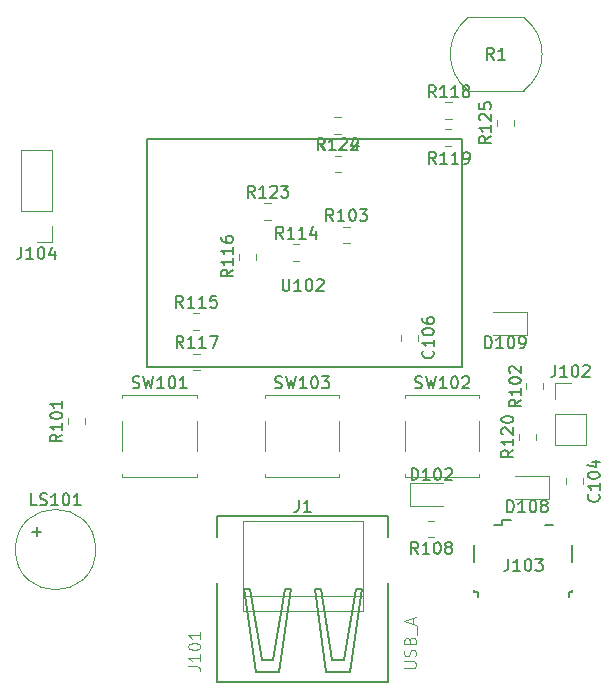
<source format=gto>
G04 #@! TF.GenerationSoftware,KiCad,Pcbnew,5.0.2-bee76a0~70~ubuntu18.04.1*
G04 #@! TF.CreationDate,2019-03-30T14:25:07+01:00*
G04 #@! TF.ProjectId,jarwis,6a617277-6973-42e6-9b69-6361645f7063,rev?*
G04 #@! TF.SameCoordinates,Original*
G04 #@! TF.FileFunction,Legend,Top*
G04 #@! TF.FilePolarity,Positive*
%FSLAX46Y46*%
G04 Gerber Fmt 4.6, Leading zero omitted, Abs format (unit mm)*
G04 Created by KiCad (PCBNEW 5.0.2-bee76a0~70~ubuntu18.04.1) date sáb 30 mar 2019 14:25:07 CET*
%MOMM*%
%LPD*%
G01*
G04 APERTURE LIST*
%ADD10C,0.120000*%
%ADD11C,0.127000*%
%ADD12C,0.150000*%
%ADD13C,0.050000*%
G04 APERTURE END LIST*
D10*
G04 #@! TO.C,C104*
X170155940Y-102728128D02*
X170155940Y-103250632D01*
X168735940Y-102728128D02*
X168735940Y-103250632D01*
G04 #@! TO.C,C106*
X156132600Y-90577928D02*
X156132600Y-91100432D01*
X154712600Y-90577928D02*
X154712600Y-91100432D01*
G04 #@! TO.C,D102*
X155457440Y-105054280D02*
X158317440Y-105054280D01*
X155457440Y-103134280D02*
X155457440Y-105054280D01*
X158317440Y-103134280D02*
X155457440Y-103134280D01*
G04 #@! TO.C,D108*
X164402260Y-104470080D02*
X167262260Y-104470080D01*
X167262260Y-104470080D02*
X167262260Y-102550080D01*
X167262260Y-102550080D02*
X164402260Y-102550080D01*
G04 #@! TO.C,D109*
X162541820Y-90599140D02*
X165401820Y-90599140D01*
X165401820Y-90599140D02*
X165401820Y-88679140D01*
X165401820Y-88679140D02*
X162541820Y-88679140D01*
D11*
G04 #@! TO.C,J101*
X139168300Y-105911960D02*
X153668300Y-105911960D01*
X153668300Y-105911960D02*
X153668300Y-107711960D01*
X153668300Y-111611960D02*
X153668300Y-119961960D01*
X153668300Y-119961960D02*
X139168300Y-119961960D01*
X139168300Y-119961960D02*
X139168300Y-111611960D01*
X139168300Y-107711960D02*
X139168300Y-105911960D01*
X145418300Y-112161960D02*
X144418300Y-119161960D01*
X144418300Y-119161960D02*
X142418300Y-119161960D01*
X142418300Y-119161960D02*
X141418300Y-112161960D01*
X147418300Y-112161960D02*
X148418300Y-119161960D01*
X148418300Y-119161960D02*
X150418300Y-119161960D01*
X150418300Y-119161960D02*
X151418300Y-112161960D01*
X141418300Y-112161960D02*
X141918300Y-112161960D01*
X141918300Y-112161960D02*
X142918300Y-118161960D01*
X142918300Y-118161960D02*
X143918300Y-118161960D01*
X143918300Y-118161960D02*
X144918300Y-112161960D01*
X144918300Y-112161960D02*
X145418300Y-112161960D01*
X147418300Y-112161960D02*
X147918300Y-112161960D01*
X147918300Y-112161960D02*
X148918300Y-118161960D01*
X148918300Y-118161960D02*
X149918300Y-118161960D01*
X149918300Y-118161960D02*
X150918300Y-112161960D01*
X150918300Y-112161960D02*
X151418300Y-112161960D01*
D10*
G04 #@! TO.C,J102*
X167755260Y-99899780D02*
X170415260Y-99899780D01*
X167755260Y-97299780D02*
X167755260Y-99899780D01*
X170415260Y-97299780D02*
X170415260Y-99899780D01*
X167755260Y-97299780D02*
X170415260Y-97299780D01*
X167755260Y-96029780D02*
X167755260Y-94699780D01*
X167755260Y-94699780D02*
X169085260Y-94699780D01*
G04 #@! TO.C,J104*
X125208340Y-74979220D02*
X122548340Y-74979220D01*
X125208340Y-80119220D02*
X125208340Y-74979220D01*
X122548340Y-80119220D02*
X122548340Y-74979220D01*
X125208340Y-80119220D02*
X122548340Y-80119220D01*
X125208340Y-81389220D02*
X125208340Y-82719220D01*
X125208340Y-82719220D02*
X123878340Y-82719220D01*
G04 #@! TO.C,LS101*
X128878340Y-108783120D02*
G75*
G03X128878340Y-108783120I-3400000J0D01*
G01*
G04 #@! TO.C,R101*
X126521140Y-98188412D02*
X126521140Y-97665908D01*
X127941140Y-98188412D02*
X127941140Y-97665908D01*
G04 #@! TO.C,R102*
X165294240Y-94641928D02*
X165294240Y-95164432D01*
X166714240Y-94641928D02*
X166714240Y-95164432D01*
G04 #@! TO.C,R103*
X149846288Y-81443760D02*
X150368792Y-81443760D01*
X149846288Y-82863760D02*
X150368792Y-82863760D01*
G04 #@! TO.C,R108*
X157555832Y-107758300D02*
X157033328Y-107758300D01*
X157555832Y-106338300D02*
X157033328Y-106338300D01*
G04 #@! TO.C,R114*
X145604488Y-82939820D02*
X146126992Y-82939820D01*
X145604488Y-84359820D02*
X146126992Y-84359820D01*
G04 #@! TO.C,R115*
X137129888Y-90206900D02*
X137652392Y-90206900D01*
X137129888Y-88786900D02*
X137652392Y-88786900D01*
G04 #@! TO.C,R116*
X141014380Y-83758248D02*
X141014380Y-84280752D01*
X142434380Y-83758248D02*
X142434380Y-84280752D01*
G04 #@! TO.C,R117*
X137151368Y-92187960D02*
X137673872Y-92187960D01*
X137151368Y-93607960D02*
X137673872Y-93607960D01*
G04 #@! TO.C,R118*
X159008712Y-72297360D02*
X158486208Y-72297360D01*
X159008712Y-70877360D02*
X158486208Y-70877360D01*
G04 #@! TO.C,R119*
X158434028Y-74618920D02*
X158956532Y-74618920D01*
X158434028Y-73198920D02*
X158956532Y-73198920D01*
G04 #@! TO.C,R120*
X164717660Y-99493972D02*
X164717660Y-98971468D01*
X166137660Y-99493972D02*
X166137660Y-98971468D01*
G04 #@! TO.C,R122*
X149111068Y-75423960D02*
X149633572Y-75423960D01*
X149111068Y-76843960D02*
X149633572Y-76843960D01*
G04 #@! TO.C,R123*
X143689972Y-79439700D02*
X143167468Y-79439700D01*
X143689972Y-80859700D02*
X143167468Y-80859700D01*
G04 #@! TO.C,R124*
X149614632Y-73562280D02*
X149092128Y-73562280D01*
X149614632Y-72142280D02*
X149092128Y-72142280D01*
G04 #@! TO.C,R125*
X162838060Y-72925572D02*
X162838060Y-72403068D01*
X164258060Y-72925572D02*
X164258060Y-72403068D01*
D12*
G04 #@! TO.C,U102*
X133215760Y-93286580D02*
X133215760Y-74026580D01*
X159885760Y-74026580D02*
X133185760Y-74026580D01*
X159885760Y-93286580D02*
X133185760Y-93286580D01*
X159885760Y-93286580D02*
X159885760Y-74026580D01*
D10*
G04 #@! TO.C,R1*
X160418120Y-63727400D02*
X165118120Y-63727400D01*
X160418120Y-69927400D02*
X165118120Y-69927400D01*
X160444916Y-63706839D02*
G75*
G03X160418120Y-69927400I2373204J-3120561D01*
G01*
X165110210Y-69933253D02*
G75*
G03X165118120Y-63727400I-2292090J3105853D01*
G01*
D12*
G04 #@! TO.C,J103*
X160942380Y-108430300D02*
X160942380Y-109830300D01*
X160942380Y-112230300D02*
X160942380Y-112380300D01*
X160942380Y-112380300D02*
X161242380Y-112380300D01*
X161242380Y-112380300D02*
X161242380Y-112830300D01*
X168942380Y-112830300D02*
X168942380Y-112380300D01*
X168942380Y-112380300D02*
X169242380Y-112380300D01*
X169242380Y-112380300D02*
X169242380Y-112230300D01*
X169242380Y-109830300D02*
X169242380Y-108430300D01*
X164017380Y-106255300D02*
X163292380Y-106255300D01*
X163292380Y-106255300D02*
X163292380Y-106680300D01*
X163292380Y-106680300D02*
X162567380Y-106680300D01*
X166892380Y-106680300D02*
X167617380Y-106680300D01*
D10*
G04 #@! TO.C,SW101*
X131147420Y-95976840D02*
X131147420Y-95726840D01*
X131147420Y-95726840D02*
X137447420Y-95726840D01*
X137447420Y-95726840D02*
X137447420Y-95976840D01*
X131147420Y-100476840D02*
X131147420Y-97876840D01*
X137447420Y-102376840D02*
X137447420Y-102626840D01*
X137447420Y-102626840D02*
X131147420Y-102626840D01*
X131147420Y-102626840D02*
X131147420Y-102376840D01*
X137447420Y-97876840D02*
X137447420Y-100476840D01*
G04 #@! TO.C,SW102*
X161356440Y-97876840D02*
X161356440Y-100476840D01*
X155056440Y-102626840D02*
X155056440Y-102376840D01*
X161356440Y-102626840D02*
X155056440Y-102626840D01*
X161356440Y-102376840D02*
X161356440Y-102626840D01*
X155056440Y-100476840D02*
X155056440Y-97876840D01*
X161356440Y-95726840D02*
X161356440Y-95976840D01*
X155056440Y-95726840D02*
X161356440Y-95726840D01*
X155056440Y-95976840D02*
X155056440Y-95726840D01*
G04 #@! TO.C,SW103*
X143217500Y-95976840D02*
X143217500Y-95726840D01*
X143217500Y-95726840D02*
X149517500Y-95726840D01*
X149517500Y-95726840D02*
X149517500Y-95976840D01*
X143217500Y-100476840D02*
X143217500Y-97876840D01*
X149517500Y-102376840D02*
X149517500Y-102626840D01*
X149517500Y-102626840D02*
X143217500Y-102626840D01*
X143217500Y-102626840D02*
X143217500Y-102376840D01*
X149517500Y-97876840D02*
X149517500Y-100476840D01*
G04 #@! TO.C,J1*
X151498300Y-112755680D02*
X141338300Y-112755680D01*
X151498300Y-114025680D02*
X151498300Y-106405680D01*
X151498300Y-106405680D02*
X141338300Y-106405680D01*
X141338300Y-106405680D02*
X141338300Y-114025680D01*
X141338300Y-114025680D02*
X151498300Y-114025680D01*
G04 #@! TO.C,C104*
D12*
X171453082Y-104108427D02*
X171500701Y-104156046D01*
X171548320Y-104298903D01*
X171548320Y-104394141D01*
X171500701Y-104536999D01*
X171405463Y-104632237D01*
X171310225Y-104679856D01*
X171119749Y-104727475D01*
X170976892Y-104727475D01*
X170786416Y-104679856D01*
X170691178Y-104632237D01*
X170595940Y-104536999D01*
X170548320Y-104394141D01*
X170548320Y-104298903D01*
X170595940Y-104156046D01*
X170643559Y-104108427D01*
X171548320Y-103156046D02*
X171548320Y-103727475D01*
X171548320Y-103441760D02*
X170548320Y-103441760D01*
X170691178Y-103536999D01*
X170786416Y-103632237D01*
X170834035Y-103727475D01*
X170548320Y-102536999D02*
X170548320Y-102441760D01*
X170595940Y-102346522D01*
X170643559Y-102298903D01*
X170738797Y-102251284D01*
X170929273Y-102203665D01*
X171167368Y-102203665D01*
X171357844Y-102251284D01*
X171453082Y-102298903D01*
X171500701Y-102346522D01*
X171548320Y-102441760D01*
X171548320Y-102536999D01*
X171500701Y-102632237D01*
X171453082Y-102679856D01*
X171357844Y-102727475D01*
X171167368Y-102775094D01*
X170929273Y-102775094D01*
X170738797Y-102727475D01*
X170643559Y-102679856D01*
X170595940Y-102632237D01*
X170548320Y-102536999D01*
X170881654Y-101346522D02*
X171548320Y-101346522D01*
X170500701Y-101584618D02*
X171214987Y-101822713D01*
X171214987Y-101203665D01*
G04 #@! TO.C,C106*
X157429742Y-91958227D02*
X157477361Y-92005846D01*
X157524980Y-92148703D01*
X157524980Y-92243941D01*
X157477361Y-92386799D01*
X157382123Y-92482037D01*
X157286885Y-92529656D01*
X157096409Y-92577275D01*
X156953552Y-92577275D01*
X156763076Y-92529656D01*
X156667838Y-92482037D01*
X156572600Y-92386799D01*
X156524980Y-92243941D01*
X156524980Y-92148703D01*
X156572600Y-92005846D01*
X156620219Y-91958227D01*
X157524980Y-91005846D02*
X157524980Y-91577275D01*
X157524980Y-91291560D02*
X156524980Y-91291560D01*
X156667838Y-91386799D01*
X156763076Y-91482037D01*
X156810695Y-91577275D01*
X156524980Y-90386799D02*
X156524980Y-90291560D01*
X156572600Y-90196322D01*
X156620219Y-90148703D01*
X156715457Y-90101084D01*
X156905933Y-90053465D01*
X157144028Y-90053465D01*
X157334504Y-90101084D01*
X157429742Y-90148703D01*
X157477361Y-90196322D01*
X157524980Y-90291560D01*
X157524980Y-90386799D01*
X157477361Y-90482037D01*
X157429742Y-90529656D01*
X157334504Y-90577275D01*
X157144028Y-90624894D01*
X156905933Y-90624894D01*
X156715457Y-90577275D01*
X156620219Y-90529656D01*
X156572600Y-90482037D01*
X156524980Y-90386799D01*
X156524980Y-89196322D02*
X156524980Y-89386799D01*
X156572600Y-89482037D01*
X156620219Y-89529656D01*
X156763076Y-89624894D01*
X156953552Y-89672513D01*
X157334504Y-89672513D01*
X157429742Y-89624894D01*
X157477361Y-89577275D01*
X157524980Y-89482037D01*
X157524980Y-89291560D01*
X157477361Y-89196322D01*
X157429742Y-89148703D01*
X157334504Y-89101084D01*
X157096409Y-89101084D01*
X157001171Y-89148703D01*
X156953552Y-89196322D01*
X156905933Y-89291560D01*
X156905933Y-89482037D01*
X156953552Y-89577275D01*
X157001171Y-89624894D01*
X157096409Y-89672513D01*
G04 #@! TO.C,D102*
X155626963Y-102896660D02*
X155626963Y-101896660D01*
X155865059Y-101896660D01*
X156007916Y-101944280D01*
X156103154Y-102039518D01*
X156150773Y-102134756D01*
X156198392Y-102325232D01*
X156198392Y-102468089D01*
X156150773Y-102658565D01*
X156103154Y-102753803D01*
X156007916Y-102849041D01*
X155865059Y-102896660D01*
X155626963Y-102896660D01*
X157150773Y-102896660D02*
X156579344Y-102896660D01*
X156865059Y-102896660D02*
X156865059Y-101896660D01*
X156769820Y-102039518D01*
X156674582Y-102134756D01*
X156579344Y-102182375D01*
X157769820Y-101896660D02*
X157865059Y-101896660D01*
X157960297Y-101944280D01*
X158007916Y-101991899D01*
X158055535Y-102087137D01*
X158103154Y-102277613D01*
X158103154Y-102515708D01*
X158055535Y-102706184D01*
X158007916Y-102801422D01*
X157960297Y-102849041D01*
X157865059Y-102896660D01*
X157769820Y-102896660D01*
X157674582Y-102849041D01*
X157626963Y-102801422D01*
X157579344Y-102706184D01*
X157531725Y-102515708D01*
X157531725Y-102277613D01*
X157579344Y-102087137D01*
X157626963Y-101991899D01*
X157674582Y-101944280D01*
X157769820Y-101896660D01*
X158484106Y-101991899D02*
X158531725Y-101944280D01*
X158626963Y-101896660D01*
X158865059Y-101896660D01*
X158960297Y-101944280D01*
X159007916Y-101991899D01*
X159055535Y-102087137D01*
X159055535Y-102182375D01*
X159007916Y-102325232D01*
X158436487Y-102896660D01*
X159055535Y-102896660D01*
G04 #@! TO.C,D108*
X163711783Y-105612460D02*
X163711783Y-104612460D01*
X163949879Y-104612460D01*
X164092736Y-104660080D01*
X164187974Y-104755318D01*
X164235593Y-104850556D01*
X164283212Y-105041032D01*
X164283212Y-105183889D01*
X164235593Y-105374365D01*
X164187974Y-105469603D01*
X164092736Y-105564841D01*
X163949879Y-105612460D01*
X163711783Y-105612460D01*
X165235593Y-105612460D02*
X164664164Y-105612460D01*
X164949879Y-105612460D02*
X164949879Y-104612460D01*
X164854640Y-104755318D01*
X164759402Y-104850556D01*
X164664164Y-104898175D01*
X165854640Y-104612460D02*
X165949879Y-104612460D01*
X166045117Y-104660080D01*
X166092736Y-104707699D01*
X166140355Y-104802937D01*
X166187974Y-104993413D01*
X166187974Y-105231508D01*
X166140355Y-105421984D01*
X166092736Y-105517222D01*
X166045117Y-105564841D01*
X165949879Y-105612460D01*
X165854640Y-105612460D01*
X165759402Y-105564841D01*
X165711783Y-105517222D01*
X165664164Y-105421984D01*
X165616545Y-105231508D01*
X165616545Y-104993413D01*
X165664164Y-104802937D01*
X165711783Y-104707699D01*
X165759402Y-104660080D01*
X165854640Y-104612460D01*
X166759402Y-105041032D02*
X166664164Y-104993413D01*
X166616545Y-104945794D01*
X166568926Y-104850556D01*
X166568926Y-104802937D01*
X166616545Y-104707699D01*
X166664164Y-104660080D01*
X166759402Y-104612460D01*
X166949879Y-104612460D01*
X167045117Y-104660080D01*
X167092736Y-104707699D01*
X167140355Y-104802937D01*
X167140355Y-104850556D01*
X167092736Y-104945794D01*
X167045117Y-104993413D01*
X166949879Y-105041032D01*
X166759402Y-105041032D01*
X166664164Y-105088651D01*
X166616545Y-105136270D01*
X166568926Y-105231508D01*
X166568926Y-105421984D01*
X166616545Y-105517222D01*
X166664164Y-105564841D01*
X166759402Y-105612460D01*
X166949879Y-105612460D01*
X167045117Y-105564841D01*
X167092736Y-105517222D01*
X167140355Y-105421984D01*
X167140355Y-105231508D01*
X167092736Y-105136270D01*
X167045117Y-105088651D01*
X166949879Y-105041032D01*
G04 #@! TO.C,D109*
X161851343Y-91741520D02*
X161851343Y-90741520D01*
X162089439Y-90741520D01*
X162232296Y-90789140D01*
X162327534Y-90884378D01*
X162375153Y-90979616D01*
X162422772Y-91170092D01*
X162422772Y-91312949D01*
X162375153Y-91503425D01*
X162327534Y-91598663D01*
X162232296Y-91693901D01*
X162089439Y-91741520D01*
X161851343Y-91741520D01*
X163375153Y-91741520D02*
X162803724Y-91741520D01*
X163089439Y-91741520D02*
X163089439Y-90741520D01*
X162994200Y-90884378D01*
X162898962Y-90979616D01*
X162803724Y-91027235D01*
X163994200Y-90741520D02*
X164089439Y-90741520D01*
X164184677Y-90789140D01*
X164232296Y-90836759D01*
X164279915Y-90931997D01*
X164327534Y-91122473D01*
X164327534Y-91360568D01*
X164279915Y-91551044D01*
X164232296Y-91646282D01*
X164184677Y-91693901D01*
X164089439Y-91741520D01*
X163994200Y-91741520D01*
X163898962Y-91693901D01*
X163851343Y-91646282D01*
X163803724Y-91551044D01*
X163756105Y-91360568D01*
X163756105Y-91122473D01*
X163803724Y-90931997D01*
X163851343Y-90836759D01*
X163898962Y-90789140D01*
X163994200Y-90741520D01*
X164803724Y-91741520D02*
X164994200Y-91741520D01*
X165089439Y-91693901D01*
X165137058Y-91646282D01*
X165232296Y-91503425D01*
X165279915Y-91312949D01*
X165279915Y-90931997D01*
X165232296Y-90836759D01*
X165184677Y-90789140D01*
X165089439Y-90741520D01*
X164898962Y-90741520D01*
X164803724Y-90789140D01*
X164756105Y-90836759D01*
X164708486Y-90931997D01*
X164708486Y-91170092D01*
X164756105Y-91265330D01*
X164803724Y-91312949D01*
X164898962Y-91360568D01*
X165089439Y-91360568D01*
X165184677Y-91312949D01*
X165232296Y-91265330D01*
X165279915Y-91170092D01*
G04 #@! TO.C,J101*
D13*
X136725470Y-118667157D02*
X137440513Y-118667157D01*
X137583521Y-118714826D01*
X137678860Y-118810165D01*
X137726530Y-118953174D01*
X137726530Y-119048513D01*
X137726530Y-117666097D02*
X137726530Y-118238131D01*
X137726530Y-117952114D02*
X136725470Y-117952114D01*
X136868479Y-118047453D01*
X136963818Y-118142792D01*
X137011487Y-118238131D01*
X136725470Y-117046393D02*
X136725470Y-116951054D01*
X136773140Y-116855715D01*
X136820809Y-116808045D01*
X136916148Y-116760376D01*
X137106826Y-116712706D01*
X137345174Y-116712706D01*
X137535852Y-116760376D01*
X137631191Y-116808045D01*
X137678860Y-116855715D01*
X137726530Y-116951054D01*
X137726530Y-117046393D01*
X137678860Y-117141732D01*
X137631191Y-117189401D01*
X137535852Y-117237071D01*
X137345174Y-117284740D01*
X137106826Y-117284740D01*
X136916148Y-117237071D01*
X136820809Y-117189401D01*
X136773140Y-117141732D01*
X136725470Y-117046393D01*
X137726530Y-115759316D02*
X137726530Y-116331350D01*
X137726530Y-116045333D02*
X136725470Y-116045333D01*
X136868479Y-116140672D01*
X136963818Y-116236011D01*
X137011487Y-116331350D01*
X154996386Y-118819807D02*
X155806922Y-118819807D01*
X155902279Y-118772129D01*
X155949957Y-118724450D01*
X155997636Y-118629093D01*
X155997636Y-118438379D01*
X155949957Y-118343022D01*
X155902279Y-118295343D01*
X155806922Y-118247665D01*
X154996386Y-118247665D01*
X155949957Y-117818557D02*
X155997636Y-117675522D01*
X155997636Y-117437129D01*
X155949957Y-117341772D01*
X155902279Y-117294093D01*
X155806922Y-117246415D01*
X155711565Y-117246415D01*
X155616207Y-117294093D01*
X155568529Y-117341772D01*
X155520850Y-117437129D01*
X155473172Y-117627843D01*
X155425493Y-117723200D01*
X155377815Y-117770879D01*
X155282457Y-117818557D01*
X155187100Y-117818557D01*
X155091743Y-117770879D01*
X155044065Y-117723200D01*
X154996386Y-117627843D01*
X154996386Y-117389450D01*
X155044065Y-117246415D01*
X155473172Y-116483557D02*
X155520850Y-116340522D01*
X155568529Y-116292843D01*
X155663886Y-116245165D01*
X155806922Y-116245165D01*
X155902279Y-116292843D01*
X155949957Y-116340522D01*
X155997636Y-116435879D01*
X155997636Y-116817307D01*
X154996386Y-116817307D01*
X154996386Y-116483557D01*
X155044065Y-116388200D01*
X155091743Y-116340522D01*
X155187100Y-116292843D01*
X155282457Y-116292843D01*
X155377815Y-116340522D01*
X155425493Y-116388200D01*
X155473172Y-116483557D01*
X155473172Y-116817307D01*
X156092993Y-116054450D02*
X156092993Y-115291593D01*
X155711565Y-115100879D02*
X155711565Y-114624093D01*
X155997636Y-115196236D02*
X154996386Y-114862486D01*
X155997636Y-114528736D01*
G04 #@! TO.C,J102*
D12*
X167799545Y-93152160D02*
X167799545Y-93866446D01*
X167751926Y-94009303D01*
X167656688Y-94104541D01*
X167513831Y-94152160D01*
X167418593Y-94152160D01*
X168799545Y-94152160D02*
X168228117Y-94152160D01*
X168513831Y-94152160D02*
X168513831Y-93152160D01*
X168418593Y-93295018D01*
X168323355Y-93390256D01*
X168228117Y-93437875D01*
X169418593Y-93152160D02*
X169513831Y-93152160D01*
X169609069Y-93199780D01*
X169656688Y-93247399D01*
X169704307Y-93342637D01*
X169751926Y-93533113D01*
X169751926Y-93771208D01*
X169704307Y-93961684D01*
X169656688Y-94056922D01*
X169609069Y-94104541D01*
X169513831Y-94152160D01*
X169418593Y-94152160D01*
X169323355Y-94104541D01*
X169275736Y-94056922D01*
X169228117Y-93961684D01*
X169180498Y-93771208D01*
X169180498Y-93533113D01*
X169228117Y-93342637D01*
X169275736Y-93247399D01*
X169323355Y-93199780D01*
X169418593Y-93152160D01*
X170132879Y-93247399D02*
X170180498Y-93199780D01*
X170275736Y-93152160D01*
X170513831Y-93152160D01*
X170609069Y-93199780D01*
X170656688Y-93247399D01*
X170704307Y-93342637D01*
X170704307Y-93437875D01*
X170656688Y-93580732D01*
X170085260Y-94152160D01*
X170704307Y-94152160D01*
G04 #@! TO.C,J104*
X122592625Y-83171600D02*
X122592625Y-83885886D01*
X122545006Y-84028743D01*
X122449768Y-84123981D01*
X122306911Y-84171600D01*
X122211673Y-84171600D01*
X123592625Y-84171600D02*
X123021197Y-84171600D01*
X123306911Y-84171600D02*
X123306911Y-83171600D01*
X123211673Y-83314458D01*
X123116435Y-83409696D01*
X123021197Y-83457315D01*
X124211673Y-83171600D02*
X124306911Y-83171600D01*
X124402149Y-83219220D01*
X124449768Y-83266839D01*
X124497387Y-83362077D01*
X124545006Y-83552553D01*
X124545006Y-83790648D01*
X124497387Y-83981124D01*
X124449768Y-84076362D01*
X124402149Y-84123981D01*
X124306911Y-84171600D01*
X124211673Y-84171600D01*
X124116435Y-84123981D01*
X124068816Y-84076362D01*
X124021197Y-83981124D01*
X123973578Y-83790648D01*
X123973578Y-83552553D01*
X124021197Y-83362077D01*
X124068816Y-83266839D01*
X124116435Y-83219220D01*
X124211673Y-83171600D01*
X125402149Y-83504934D02*
X125402149Y-84171600D01*
X125164054Y-83123981D02*
X124925959Y-83838267D01*
X125545006Y-83838267D01*
G04 #@! TO.C,LS101*
X123883101Y-105035500D02*
X123406911Y-105035500D01*
X123406911Y-104035500D01*
X124168816Y-104987881D02*
X124311673Y-105035500D01*
X124549768Y-105035500D01*
X124645006Y-104987881D01*
X124692625Y-104940262D01*
X124740244Y-104845024D01*
X124740244Y-104749786D01*
X124692625Y-104654548D01*
X124645006Y-104606929D01*
X124549768Y-104559310D01*
X124359292Y-104511691D01*
X124264054Y-104464072D01*
X124216435Y-104416453D01*
X124168816Y-104321215D01*
X124168816Y-104225977D01*
X124216435Y-104130739D01*
X124264054Y-104083120D01*
X124359292Y-104035500D01*
X124597387Y-104035500D01*
X124740244Y-104083120D01*
X125692625Y-105035500D02*
X125121197Y-105035500D01*
X125406911Y-105035500D02*
X125406911Y-104035500D01*
X125311673Y-104178358D01*
X125216435Y-104273596D01*
X125121197Y-104321215D01*
X126311673Y-104035500D02*
X126406911Y-104035500D01*
X126502149Y-104083120D01*
X126549768Y-104130739D01*
X126597387Y-104225977D01*
X126645006Y-104416453D01*
X126645006Y-104654548D01*
X126597387Y-104845024D01*
X126549768Y-104940262D01*
X126502149Y-104987881D01*
X126406911Y-105035500D01*
X126311673Y-105035500D01*
X126216435Y-104987881D01*
X126168816Y-104940262D01*
X126121197Y-104845024D01*
X126073578Y-104654548D01*
X126073578Y-104416453D01*
X126121197Y-104225977D01*
X126168816Y-104130739D01*
X126216435Y-104083120D01*
X126311673Y-104035500D01*
X127597387Y-105035500D02*
X127025959Y-105035500D01*
X127311673Y-105035500D02*
X127311673Y-104035500D01*
X127216435Y-104178358D01*
X127121197Y-104273596D01*
X127025959Y-104321215D01*
X123497387Y-107254548D02*
X124259292Y-107254548D01*
X123878340Y-107635500D02*
X123878340Y-106873596D01*
G04 #@! TO.C,R101*
X126033520Y-99046207D02*
X125557330Y-99379540D01*
X126033520Y-99617636D02*
X125033520Y-99617636D01*
X125033520Y-99236683D01*
X125081140Y-99141445D01*
X125128759Y-99093826D01*
X125223997Y-99046207D01*
X125366854Y-99046207D01*
X125462092Y-99093826D01*
X125509711Y-99141445D01*
X125557330Y-99236683D01*
X125557330Y-99617636D01*
X126033520Y-98093826D02*
X126033520Y-98665255D01*
X126033520Y-98379540D02*
X125033520Y-98379540D01*
X125176378Y-98474779D01*
X125271616Y-98570017D01*
X125319235Y-98665255D01*
X125033520Y-97474779D02*
X125033520Y-97379540D01*
X125081140Y-97284302D01*
X125128759Y-97236683D01*
X125223997Y-97189064D01*
X125414473Y-97141445D01*
X125652568Y-97141445D01*
X125843044Y-97189064D01*
X125938282Y-97236683D01*
X125985901Y-97284302D01*
X126033520Y-97379540D01*
X126033520Y-97474779D01*
X125985901Y-97570017D01*
X125938282Y-97617636D01*
X125843044Y-97665255D01*
X125652568Y-97712874D01*
X125414473Y-97712874D01*
X125223997Y-97665255D01*
X125128759Y-97617636D01*
X125081140Y-97570017D01*
X125033520Y-97474779D01*
X126033520Y-96189064D02*
X126033520Y-96760493D01*
X126033520Y-96474779D02*
X125033520Y-96474779D01*
X125176378Y-96570017D01*
X125271616Y-96665255D01*
X125319235Y-96760493D01*
G04 #@! TO.C,R102*
X164876740Y-96097267D02*
X164400550Y-96430600D01*
X164876740Y-96668696D02*
X163876740Y-96668696D01*
X163876740Y-96287743D01*
X163924360Y-96192505D01*
X163971979Y-96144886D01*
X164067217Y-96097267D01*
X164210074Y-96097267D01*
X164305312Y-96144886D01*
X164352931Y-96192505D01*
X164400550Y-96287743D01*
X164400550Y-96668696D01*
X164876740Y-95144886D02*
X164876740Y-95716315D01*
X164876740Y-95430600D02*
X163876740Y-95430600D01*
X164019598Y-95525839D01*
X164114836Y-95621077D01*
X164162455Y-95716315D01*
X163876740Y-94525839D02*
X163876740Y-94430600D01*
X163924360Y-94335362D01*
X163971979Y-94287743D01*
X164067217Y-94240124D01*
X164257693Y-94192505D01*
X164495788Y-94192505D01*
X164686264Y-94240124D01*
X164781502Y-94287743D01*
X164829121Y-94335362D01*
X164876740Y-94430600D01*
X164876740Y-94525839D01*
X164829121Y-94621077D01*
X164781502Y-94668696D01*
X164686264Y-94716315D01*
X164495788Y-94763934D01*
X164257693Y-94763934D01*
X164067217Y-94716315D01*
X163971979Y-94668696D01*
X163924360Y-94621077D01*
X163876740Y-94525839D01*
X163971979Y-93811553D02*
X163924360Y-93763934D01*
X163876740Y-93668696D01*
X163876740Y-93430600D01*
X163924360Y-93335362D01*
X163971979Y-93287743D01*
X164067217Y-93240124D01*
X164162455Y-93240124D01*
X164305312Y-93287743D01*
X164876740Y-93859172D01*
X164876740Y-93240124D01*
G04 #@! TO.C,R103*
X148988492Y-80956140D02*
X148655159Y-80479950D01*
X148417063Y-80956140D02*
X148417063Y-79956140D01*
X148798016Y-79956140D01*
X148893254Y-80003760D01*
X148940873Y-80051379D01*
X148988492Y-80146617D01*
X148988492Y-80289474D01*
X148940873Y-80384712D01*
X148893254Y-80432331D01*
X148798016Y-80479950D01*
X148417063Y-80479950D01*
X149940873Y-80956140D02*
X149369444Y-80956140D01*
X149655159Y-80956140D02*
X149655159Y-79956140D01*
X149559920Y-80098998D01*
X149464682Y-80194236D01*
X149369444Y-80241855D01*
X150559920Y-79956140D02*
X150655159Y-79956140D01*
X150750397Y-80003760D01*
X150798016Y-80051379D01*
X150845635Y-80146617D01*
X150893254Y-80337093D01*
X150893254Y-80575188D01*
X150845635Y-80765664D01*
X150798016Y-80860902D01*
X150750397Y-80908521D01*
X150655159Y-80956140D01*
X150559920Y-80956140D01*
X150464682Y-80908521D01*
X150417063Y-80860902D01*
X150369444Y-80765664D01*
X150321825Y-80575188D01*
X150321825Y-80337093D01*
X150369444Y-80146617D01*
X150417063Y-80051379D01*
X150464682Y-80003760D01*
X150559920Y-79956140D01*
X151226587Y-79956140D02*
X151845635Y-79956140D01*
X151512301Y-80337093D01*
X151655159Y-80337093D01*
X151750397Y-80384712D01*
X151798016Y-80432331D01*
X151845635Y-80527569D01*
X151845635Y-80765664D01*
X151798016Y-80860902D01*
X151750397Y-80908521D01*
X151655159Y-80956140D01*
X151369444Y-80956140D01*
X151274206Y-80908521D01*
X151226587Y-80860902D01*
G04 #@! TO.C,R108*
X156175532Y-109150680D02*
X155842199Y-108674490D01*
X155604103Y-109150680D02*
X155604103Y-108150680D01*
X155985056Y-108150680D01*
X156080294Y-108198300D01*
X156127913Y-108245919D01*
X156175532Y-108341157D01*
X156175532Y-108484014D01*
X156127913Y-108579252D01*
X156080294Y-108626871D01*
X155985056Y-108674490D01*
X155604103Y-108674490D01*
X157127913Y-109150680D02*
X156556484Y-109150680D01*
X156842199Y-109150680D02*
X156842199Y-108150680D01*
X156746960Y-108293538D01*
X156651722Y-108388776D01*
X156556484Y-108436395D01*
X157746960Y-108150680D02*
X157842199Y-108150680D01*
X157937437Y-108198300D01*
X157985056Y-108245919D01*
X158032675Y-108341157D01*
X158080294Y-108531633D01*
X158080294Y-108769728D01*
X158032675Y-108960204D01*
X157985056Y-109055442D01*
X157937437Y-109103061D01*
X157842199Y-109150680D01*
X157746960Y-109150680D01*
X157651722Y-109103061D01*
X157604103Y-109055442D01*
X157556484Y-108960204D01*
X157508865Y-108769728D01*
X157508865Y-108531633D01*
X157556484Y-108341157D01*
X157604103Y-108245919D01*
X157651722Y-108198300D01*
X157746960Y-108150680D01*
X158651722Y-108579252D02*
X158556484Y-108531633D01*
X158508865Y-108484014D01*
X158461246Y-108388776D01*
X158461246Y-108341157D01*
X158508865Y-108245919D01*
X158556484Y-108198300D01*
X158651722Y-108150680D01*
X158842199Y-108150680D01*
X158937437Y-108198300D01*
X158985056Y-108245919D01*
X159032675Y-108341157D01*
X159032675Y-108388776D01*
X158985056Y-108484014D01*
X158937437Y-108531633D01*
X158842199Y-108579252D01*
X158651722Y-108579252D01*
X158556484Y-108626871D01*
X158508865Y-108674490D01*
X158461246Y-108769728D01*
X158461246Y-108960204D01*
X158508865Y-109055442D01*
X158556484Y-109103061D01*
X158651722Y-109150680D01*
X158842199Y-109150680D01*
X158937437Y-109103061D01*
X158985056Y-109055442D01*
X159032675Y-108960204D01*
X159032675Y-108769728D01*
X158985056Y-108674490D01*
X158937437Y-108626871D01*
X158842199Y-108579252D01*
G04 #@! TO.C,R114*
X144746692Y-82452200D02*
X144413359Y-81976010D01*
X144175263Y-82452200D02*
X144175263Y-81452200D01*
X144556216Y-81452200D01*
X144651454Y-81499820D01*
X144699073Y-81547439D01*
X144746692Y-81642677D01*
X144746692Y-81785534D01*
X144699073Y-81880772D01*
X144651454Y-81928391D01*
X144556216Y-81976010D01*
X144175263Y-81976010D01*
X145699073Y-82452200D02*
X145127644Y-82452200D01*
X145413359Y-82452200D02*
X145413359Y-81452200D01*
X145318120Y-81595058D01*
X145222882Y-81690296D01*
X145127644Y-81737915D01*
X146651454Y-82452200D02*
X146080025Y-82452200D01*
X146365740Y-82452200D02*
X146365740Y-81452200D01*
X146270501Y-81595058D01*
X146175263Y-81690296D01*
X146080025Y-81737915D01*
X147508597Y-81785534D02*
X147508597Y-82452200D01*
X147270501Y-81404581D02*
X147032406Y-82118867D01*
X147651454Y-82118867D01*
G04 #@! TO.C,R115*
X136272092Y-88299280D02*
X135938759Y-87823090D01*
X135700663Y-88299280D02*
X135700663Y-87299280D01*
X136081616Y-87299280D01*
X136176854Y-87346900D01*
X136224473Y-87394519D01*
X136272092Y-87489757D01*
X136272092Y-87632614D01*
X136224473Y-87727852D01*
X136176854Y-87775471D01*
X136081616Y-87823090D01*
X135700663Y-87823090D01*
X137224473Y-88299280D02*
X136653044Y-88299280D01*
X136938759Y-88299280D02*
X136938759Y-87299280D01*
X136843520Y-87442138D01*
X136748282Y-87537376D01*
X136653044Y-87584995D01*
X138176854Y-88299280D02*
X137605425Y-88299280D01*
X137891140Y-88299280D02*
X137891140Y-87299280D01*
X137795901Y-87442138D01*
X137700663Y-87537376D01*
X137605425Y-87584995D01*
X139081616Y-87299280D02*
X138605425Y-87299280D01*
X138557806Y-87775471D01*
X138605425Y-87727852D01*
X138700663Y-87680233D01*
X138938759Y-87680233D01*
X139033997Y-87727852D01*
X139081616Y-87775471D01*
X139129235Y-87870709D01*
X139129235Y-88108804D01*
X139081616Y-88204042D01*
X139033997Y-88251661D01*
X138938759Y-88299280D01*
X138700663Y-88299280D01*
X138605425Y-88251661D01*
X138557806Y-88204042D01*
G04 #@! TO.C,R116*
X140490200Y-85083827D02*
X140014010Y-85417160D01*
X140490200Y-85655256D02*
X139490200Y-85655256D01*
X139490200Y-85274303D01*
X139537820Y-85179065D01*
X139585439Y-85131446D01*
X139680677Y-85083827D01*
X139823534Y-85083827D01*
X139918772Y-85131446D01*
X139966391Y-85179065D01*
X140014010Y-85274303D01*
X140014010Y-85655256D01*
X140490200Y-84131446D02*
X140490200Y-84702875D01*
X140490200Y-84417160D02*
X139490200Y-84417160D01*
X139633058Y-84512399D01*
X139728296Y-84607637D01*
X139775915Y-84702875D01*
X140490200Y-83179065D02*
X140490200Y-83750494D01*
X140490200Y-83464780D02*
X139490200Y-83464780D01*
X139633058Y-83560018D01*
X139728296Y-83655256D01*
X139775915Y-83750494D01*
X139490200Y-82321922D02*
X139490200Y-82512399D01*
X139537820Y-82607637D01*
X139585439Y-82655256D01*
X139728296Y-82750494D01*
X139918772Y-82798113D01*
X140299724Y-82798113D01*
X140394962Y-82750494D01*
X140442581Y-82702875D01*
X140490200Y-82607637D01*
X140490200Y-82417160D01*
X140442581Y-82321922D01*
X140394962Y-82274303D01*
X140299724Y-82226684D01*
X140061629Y-82226684D01*
X139966391Y-82274303D01*
X139918772Y-82321922D01*
X139871153Y-82417160D01*
X139871153Y-82607637D01*
X139918772Y-82702875D01*
X139966391Y-82750494D01*
X140061629Y-82798113D01*
G04 #@! TO.C,R117*
X136293572Y-91700340D02*
X135960239Y-91224150D01*
X135722143Y-91700340D02*
X135722143Y-90700340D01*
X136103096Y-90700340D01*
X136198334Y-90747960D01*
X136245953Y-90795579D01*
X136293572Y-90890817D01*
X136293572Y-91033674D01*
X136245953Y-91128912D01*
X136198334Y-91176531D01*
X136103096Y-91224150D01*
X135722143Y-91224150D01*
X137245953Y-91700340D02*
X136674524Y-91700340D01*
X136960239Y-91700340D02*
X136960239Y-90700340D01*
X136865000Y-90843198D01*
X136769762Y-90938436D01*
X136674524Y-90986055D01*
X138198334Y-91700340D02*
X137626905Y-91700340D01*
X137912620Y-91700340D02*
X137912620Y-90700340D01*
X137817381Y-90843198D01*
X137722143Y-90938436D01*
X137626905Y-90986055D01*
X138531667Y-90700340D02*
X139198334Y-90700340D01*
X138769762Y-91700340D01*
G04 #@! TO.C,R118*
X157669052Y-70485260D02*
X157335719Y-70009070D01*
X157097623Y-70485260D02*
X157097623Y-69485260D01*
X157478576Y-69485260D01*
X157573814Y-69532880D01*
X157621433Y-69580499D01*
X157669052Y-69675737D01*
X157669052Y-69818594D01*
X157621433Y-69913832D01*
X157573814Y-69961451D01*
X157478576Y-70009070D01*
X157097623Y-70009070D01*
X158621433Y-70485260D02*
X158050004Y-70485260D01*
X158335719Y-70485260D02*
X158335719Y-69485260D01*
X158240480Y-69628118D01*
X158145242Y-69723356D01*
X158050004Y-69770975D01*
X159573814Y-70485260D02*
X159002385Y-70485260D01*
X159288100Y-70485260D02*
X159288100Y-69485260D01*
X159192861Y-69628118D01*
X159097623Y-69723356D01*
X159002385Y-69770975D01*
X160145242Y-69913832D02*
X160050004Y-69866213D01*
X160002385Y-69818594D01*
X159954766Y-69723356D01*
X159954766Y-69675737D01*
X160002385Y-69580499D01*
X160050004Y-69532880D01*
X160145242Y-69485260D01*
X160335719Y-69485260D01*
X160430957Y-69532880D01*
X160478576Y-69580499D01*
X160526195Y-69675737D01*
X160526195Y-69723356D01*
X160478576Y-69818594D01*
X160430957Y-69866213D01*
X160335719Y-69913832D01*
X160145242Y-69913832D01*
X160050004Y-69961451D01*
X160002385Y-70009070D01*
X159954766Y-70104308D01*
X159954766Y-70294784D01*
X160002385Y-70390022D01*
X160050004Y-70437641D01*
X160145242Y-70485260D01*
X160335719Y-70485260D01*
X160430957Y-70437641D01*
X160478576Y-70390022D01*
X160526195Y-70294784D01*
X160526195Y-70104308D01*
X160478576Y-70009070D01*
X160430957Y-69961451D01*
X160335719Y-69913832D01*
G04 #@! TO.C,R119*
X157681752Y-76124060D02*
X157348419Y-75647870D01*
X157110323Y-76124060D02*
X157110323Y-75124060D01*
X157491276Y-75124060D01*
X157586514Y-75171680D01*
X157634133Y-75219299D01*
X157681752Y-75314537D01*
X157681752Y-75457394D01*
X157634133Y-75552632D01*
X157586514Y-75600251D01*
X157491276Y-75647870D01*
X157110323Y-75647870D01*
X158634133Y-76124060D02*
X158062704Y-76124060D01*
X158348419Y-76124060D02*
X158348419Y-75124060D01*
X158253180Y-75266918D01*
X158157942Y-75362156D01*
X158062704Y-75409775D01*
X159586514Y-76124060D02*
X159015085Y-76124060D01*
X159300800Y-76124060D02*
X159300800Y-75124060D01*
X159205561Y-75266918D01*
X159110323Y-75362156D01*
X159015085Y-75409775D01*
X160062704Y-76124060D02*
X160253180Y-76124060D01*
X160348419Y-76076441D01*
X160396038Y-76028822D01*
X160491276Y-75885965D01*
X160538895Y-75695489D01*
X160538895Y-75314537D01*
X160491276Y-75219299D01*
X160443657Y-75171680D01*
X160348419Y-75124060D01*
X160157942Y-75124060D01*
X160062704Y-75171680D01*
X160015085Y-75219299D01*
X159967466Y-75314537D01*
X159967466Y-75552632D01*
X160015085Y-75647870D01*
X160062704Y-75695489D01*
X160157942Y-75743108D01*
X160348419Y-75743108D01*
X160443657Y-75695489D01*
X160491276Y-75647870D01*
X160538895Y-75552632D01*
G04 #@! TO.C,R120*
X164230040Y-100351767D02*
X163753850Y-100685100D01*
X164230040Y-100923196D02*
X163230040Y-100923196D01*
X163230040Y-100542243D01*
X163277660Y-100447005D01*
X163325279Y-100399386D01*
X163420517Y-100351767D01*
X163563374Y-100351767D01*
X163658612Y-100399386D01*
X163706231Y-100447005D01*
X163753850Y-100542243D01*
X163753850Y-100923196D01*
X164230040Y-99399386D02*
X164230040Y-99970815D01*
X164230040Y-99685100D02*
X163230040Y-99685100D01*
X163372898Y-99780339D01*
X163468136Y-99875577D01*
X163515755Y-99970815D01*
X163325279Y-99018434D02*
X163277660Y-98970815D01*
X163230040Y-98875577D01*
X163230040Y-98637481D01*
X163277660Y-98542243D01*
X163325279Y-98494624D01*
X163420517Y-98447005D01*
X163515755Y-98447005D01*
X163658612Y-98494624D01*
X164230040Y-99066053D01*
X164230040Y-98447005D01*
X163230040Y-97827958D02*
X163230040Y-97732720D01*
X163277660Y-97637481D01*
X163325279Y-97589862D01*
X163420517Y-97542243D01*
X163610993Y-97494624D01*
X163849088Y-97494624D01*
X164039564Y-97542243D01*
X164134802Y-97589862D01*
X164182421Y-97637481D01*
X164230040Y-97732720D01*
X164230040Y-97827958D01*
X164182421Y-97923196D01*
X164134802Y-97970815D01*
X164039564Y-98018434D01*
X163849088Y-98066053D01*
X163610993Y-98066053D01*
X163420517Y-98018434D01*
X163325279Y-97970815D01*
X163277660Y-97923196D01*
X163230040Y-97827958D01*
G04 #@! TO.C,R122*
X148253272Y-74936340D02*
X147919939Y-74460150D01*
X147681843Y-74936340D02*
X147681843Y-73936340D01*
X148062796Y-73936340D01*
X148158034Y-73983960D01*
X148205653Y-74031579D01*
X148253272Y-74126817D01*
X148253272Y-74269674D01*
X148205653Y-74364912D01*
X148158034Y-74412531D01*
X148062796Y-74460150D01*
X147681843Y-74460150D01*
X149205653Y-74936340D02*
X148634224Y-74936340D01*
X148919939Y-74936340D02*
X148919939Y-73936340D01*
X148824700Y-74079198D01*
X148729462Y-74174436D01*
X148634224Y-74222055D01*
X149586605Y-74031579D02*
X149634224Y-73983960D01*
X149729462Y-73936340D01*
X149967558Y-73936340D01*
X150062796Y-73983960D01*
X150110415Y-74031579D01*
X150158034Y-74126817D01*
X150158034Y-74222055D01*
X150110415Y-74364912D01*
X149538986Y-74936340D01*
X150158034Y-74936340D01*
X150538986Y-74031579D02*
X150586605Y-73983960D01*
X150681843Y-73936340D01*
X150919939Y-73936340D01*
X151015177Y-73983960D01*
X151062796Y-74031579D01*
X151110415Y-74126817D01*
X151110415Y-74222055D01*
X151062796Y-74364912D01*
X150491367Y-74936340D01*
X151110415Y-74936340D01*
G04 #@! TO.C,R123*
X142337612Y-78976480D02*
X142004279Y-78500290D01*
X141766183Y-78976480D02*
X141766183Y-77976480D01*
X142147136Y-77976480D01*
X142242374Y-78024100D01*
X142289993Y-78071719D01*
X142337612Y-78166957D01*
X142337612Y-78309814D01*
X142289993Y-78405052D01*
X142242374Y-78452671D01*
X142147136Y-78500290D01*
X141766183Y-78500290D01*
X143289993Y-78976480D02*
X142718564Y-78976480D01*
X143004279Y-78976480D02*
X143004279Y-77976480D01*
X142909040Y-78119338D01*
X142813802Y-78214576D01*
X142718564Y-78262195D01*
X143670945Y-78071719D02*
X143718564Y-78024100D01*
X143813802Y-77976480D01*
X144051898Y-77976480D01*
X144147136Y-78024100D01*
X144194755Y-78071719D01*
X144242374Y-78166957D01*
X144242374Y-78262195D01*
X144194755Y-78405052D01*
X143623326Y-78976480D01*
X144242374Y-78976480D01*
X144575707Y-77976480D02*
X145194755Y-77976480D01*
X144861421Y-78357433D01*
X145004279Y-78357433D01*
X145099517Y-78405052D01*
X145147136Y-78452671D01*
X145194755Y-78547909D01*
X145194755Y-78786004D01*
X145147136Y-78881242D01*
X145099517Y-78928861D01*
X145004279Y-78976480D01*
X144718564Y-78976480D01*
X144623326Y-78928861D01*
X144575707Y-78881242D01*
G04 #@! TO.C,R124*
X148234332Y-74954660D02*
X147900999Y-74478470D01*
X147662903Y-74954660D02*
X147662903Y-73954660D01*
X148043856Y-73954660D01*
X148139094Y-74002280D01*
X148186713Y-74049899D01*
X148234332Y-74145137D01*
X148234332Y-74287994D01*
X148186713Y-74383232D01*
X148139094Y-74430851D01*
X148043856Y-74478470D01*
X147662903Y-74478470D01*
X149186713Y-74954660D02*
X148615284Y-74954660D01*
X148900999Y-74954660D02*
X148900999Y-73954660D01*
X148805760Y-74097518D01*
X148710522Y-74192756D01*
X148615284Y-74240375D01*
X149567665Y-74049899D02*
X149615284Y-74002280D01*
X149710522Y-73954660D01*
X149948618Y-73954660D01*
X150043856Y-74002280D01*
X150091475Y-74049899D01*
X150139094Y-74145137D01*
X150139094Y-74240375D01*
X150091475Y-74383232D01*
X149520046Y-74954660D01*
X150139094Y-74954660D01*
X150996237Y-74287994D02*
X150996237Y-74954660D01*
X150758141Y-73907041D02*
X150520046Y-74621327D01*
X151139094Y-74621327D01*
G04 #@! TO.C,R125*
X162350440Y-73783367D02*
X161874250Y-74116700D01*
X162350440Y-74354796D02*
X161350440Y-74354796D01*
X161350440Y-73973843D01*
X161398060Y-73878605D01*
X161445679Y-73830986D01*
X161540917Y-73783367D01*
X161683774Y-73783367D01*
X161779012Y-73830986D01*
X161826631Y-73878605D01*
X161874250Y-73973843D01*
X161874250Y-74354796D01*
X162350440Y-72830986D02*
X162350440Y-73402415D01*
X162350440Y-73116700D02*
X161350440Y-73116700D01*
X161493298Y-73211939D01*
X161588536Y-73307177D01*
X161636155Y-73402415D01*
X161445679Y-72450034D02*
X161398060Y-72402415D01*
X161350440Y-72307177D01*
X161350440Y-72069081D01*
X161398060Y-71973843D01*
X161445679Y-71926224D01*
X161540917Y-71878605D01*
X161636155Y-71878605D01*
X161779012Y-71926224D01*
X162350440Y-72497653D01*
X162350440Y-71878605D01*
X161350440Y-70973843D02*
X161350440Y-71450034D01*
X161826631Y-71497653D01*
X161779012Y-71450034D01*
X161731393Y-71354796D01*
X161731393Y-71116700D01*
X161779012Y-71021462D01*
X161826631Y-70973843D01*
X161921869Y-70926224D01*
X162159964Y-70926224D01*
X162255202Y-70973843D01*
X162302821Y-71021462D01*
X162350440Y-71116700D01*
X162350440Y-71354796D01*
X162302821Y-71450034D01*
X162255202Y-71497653D01*
G04 #@! TO.C,U102*
X144701474Y-85888960D02*
X144701474Y-86698484D01*
X144749093Y-86793722D01*
X144796712Y-86841341D01*
X144891950Y-86888960D01*
X145082426Y-86888960D01*
X145177664Y-86841341D01*
X145225283Y-86793722D01*
X145272902Y-86698484D01*
X145272902Y-85888960D01*
X146272902Y-86888960D02*
X145701474Y-86888960D01*
X145987188Y-86888960D02*
X145987188Y-85888960D01*
X145891950Y-86031818D01*
X145796712Y-86127056D01*
X145701474Y-86174675D01*
X146891950Y-85888960D02*
X146987188Y-85888960D01*
X147082426Y-85936580D01*
X147130045Y-85984199D01*
X147177664Y-86079437D01*
X147225283Y-86269913D01*
X147225283Y-86508008D01*
X147177664Y-86698484D01*
X147130045Y-86793722D01*
X147082426Y-86841341D01*
X146987188Y-86888960D01*
X146891950Y-86888960D01*
X146796712Y-86841341D01*
X146749093Y-86793722D01*
X146701474Y-86698484D01*
X146653855Y-86508008D01*
X146653855Y-86269913D01*
X146701474Y-86079437D01*
X146749093Y-85984199D01*
X146796712Y-85936580D01*
X146891950Y-85888960D01*
X147606236Y-85984199D02*
X147653855Y-85936580D01*
X147749093Y-85888960D01*
X147987188Y-85888960D01*
X148082426Y-85936580D01*
X148130045Y-85984199D01*
X148177664Y-86079437D01*
X148177664Y-86174675D01*
X148130045Y-86317532D01*
X147558617Y-86888960D01*
X148177664Y-86888960D01*
G04 #@! TO.C,R1*
X162599073Y-67295020D02*
X162265740Y-66818830D01*
X162027644Y-67295020D02*
X162027644Y-66295020D01*
X162408597Y-66295020D01*
X162503835Y-66342640D01*
X162551454Y-66390259D01*
X162599073Y-66485497D01*
X162599073Y-66628354D01*
X162551454Y-66723592D01*
X162503835Y-66771211D01*
X162408597Y-66818830D01*
X162027644Y-66818830D01*
X163551454Y-67295020D02*
X162980025Y-67295020D01*
X163265740Y-67295020D02*
X163265740Y-66295020D01*
X163170501Y-66437878D01*
X163075263Y-66533116D01*
X162980025Y-66580735D01*
G04 #@! TO.C,J103*
X163821905Y-109579160D02*
X163821905Y-110293446D01*
X163774286Y-110436303D01*
X163679048Y-110531541D01*
X163536191Y-110579160D01*
X163440953Y-110579160D01*
X164821905Y-110579160D02*
X164250477Y-110579160D01*
X164536191Y-110579160D02*
X164536191Y-109579160D01*
X164440953Y-109722018D01*
X164345715Y-109817256D01*
X164250477Y-109864875D01*
X165440953Y-109579160D02*
X165536191Y-109579160D01*
X165631429Y-109626780D01*
X165679048Y-109674399D01*
X165726667Y-109769637D01*
X165774286Y-109960113D01*
X165774286Y-110198208D01*
X165726667Y-110388684D01*
X165679048Y-110483922D01*
X165631429Y-110531541D01*
X165536191Y-110579160D01*
X165440953Y-110579160D01*
X165345715Y-110531541D01*
X165298096Y-110483922D01*
X165250477Y-110388684D01*
X165202858Y-110198208D01*
X165202858Y-109960113D01*
X165250477Y-109769637D01*
X165298096Y-109674399D01*
X165345715Y-109626780D01*
X165440953Y-109579160D01*
X166107620Y-109579160D02*
X166726667Y-109579160D01*
X166393334Y-109960113D01*
X166536191Y-109960113D01*
X166631429Y-110007732D01*
X166679048Y-110055351D01*
X166726667Y-110150589D01*
X166726667Y-110388684D01*
X166679048Y-110483922D01*
X166631429Y-110531541D01*
X166536191Y-110579160D01*
X166250477Y-110579160D01*
X166155239Y-110531541D01*
X166107620Y-110483922D01*
G04 #@! TO.C,SW101*
X132011705Y-95081601D02*
X132154562Y-95129220D01*
X132392658Y-95129220D01*
X132487896Y-95081601D01*
X132535515Y-95033982D01*
X132583134Y-94938744D01*
X132583134Y-94843506D01*
X132535515Y-94748268D01*
X132487896Y-94700649D01*
X132392658Y-94653030D01*
X132202181Y-94605411D01*
X132106943Y-94557792D01*
X132059324Y-94510173D01*
X132011705Y-94414935D01*
X132011705Y-94319697D01*
X132059324Y-94224459D01*
X132106943Y-94176840D01*
X132202181Y-94129220D01*
X132440277Y-94129220D01*
X132583134Y-94176840D01*
X132916467Y-94129220D02*
X133154562Y-95129220D01*
X133345039Y-94414935D01*
X133535515Y-95129220D01*
X133773610Y-94129220D01*
X134678372Y-95129220D02*
X134106943Y-95129220D01*
X134392658Y-95129220D02*
X134392658Y-94129220D01*
X134297420Y-94272078D01*
X134202181Y-94367316D01*
X134106943Y-94414935D01*
X135297420Y-94129220D02*
X135392658Y-94129220D01*
X135487896Y-94176840D01*
X135535515Y-94224459D01*
X135583134Y-94319697D01*
X135630753Y-94510173D01*
X135630753Y-94748268D01*
X135583134Y-94938744D01*
X135535515Y-95033982D01*
X135487896Y-95081601D01*
X135392658Y-95129220D01*
X135297420Y-95129220D01*
X135202181Y-95081601D01*
X135154562Y-95033982D01*
X135106943Y-94938744D01*
X135059324Y-94748268D01*
X135059324Y-94510173D01*
X135106943Y-94319697D01*
X135154562Y-94224459D01*
X135202181Y-94176840D01*
X135297420Y-94129220D01*
X136583134Y-95129220D02*
X136011705Y-95129220D01*
X136297420Y-95129220D02*
X136297420Y-94129220D01*
X136202181Y-94272078D01*
X136106943Y-94367316D01*
X136011705Y-94414935D01*
G04 #@! TO.C,SW102*
X155920725Y-95081601D02*
X156063582Y-95129220D01*
X156301678Y-95129220D01*
X156396916Y-95081601D01*
X156444535Y-95033982D01*
X156492154Y-94938744D01*
X156492154Y-94843506D01*
X156444535Y-94748268D01*
X156396916Y-94700649D01*
X156301678Y-94653030D01*
X156111201Y-94605411D01*
X156015963Y-94557792D01*
X155968344Y-94510173D01*
X155920725Y-94414935D01*
X155920725Y-94319697D01*
X155968344Y-94224459D01*
X156015963Y-94176840D01*
X156111201Y-94129220D01*
X156349297Y-94129220D01*
X156492154Y-94176840D01*
X156825487Y-94129220D02*
X157063582Y-95129220D01*
X157254059Y-94414935D01*
X157444535Y-95129220D01*
X157682630Y-94129220D01*
X158587392Y-95129220D02*
X158015963Y-95129220D01*
X158301678Y-95129220D02*
X158301678Y-94129220D01*
X158206440Y-94272078D01*
X158111201Y-94367316D01*
X158015963Y-94414935D01*
X159206440Y-94129220D02*
X159301678Y-94129220D01*
X159396916Y-94176840D01*
X159444535Y-94224459D01*
X159492154Y-94319697D01*
X159539773Y-94510173D01*
X159539773Y-94748268D01*
X159492154Y-94938744D01*
X159444535Y-95033982D01*
X159396916Y-95081601D01*
X159301678Y-95129220D01*
X159206440Y-95129220D01*
X159111201Y-95081601D01*
X159063582Y-95033982D01*
X159015963Y-94938744D01*
X158968344Y-94748268D01*
X158968344Y-94510173D01*
X159015963Y-94319697D01*
X159063582Y-94224459D01*
X159111201Y-94176840D01*
X159206440Y-94129220D01*
X159920725Y-94224459D02*
X159968344Y-94176840D01*
X160063582Y-94129220D01*
X160301678Y-94129220D01*
X160396916Y-94176840D01*
X160444535Y-94224459D01*
X160492154Y-94319697D01*
X160492154Y-94414935D01*
X160444535Y-94557792D01*
X159873106Y-95129220D01*
X160492154Y-95129220D01*
G04 #@! TO.C,SW103*
X144081785Y-95081601D02*
X144224642Y-95129220D01*
X144462738Y-95129220D01*
X144557976Y-95081601D01*
X144605595Y-95033982D01*
X144653214Y-94938744D01*
X144653214Y-94843506D01*
X144605595Y-94748268D01*
X144557976Y-94700649D01*
X144462738Y-94653030D01*
X144272261Y-94605411D01*
X144177023Y-94557792D01*
X144129404Y-94510173D01*
X144081785Y-94414935D01*
X144081785Y-94319697D01*
X144129404Y-94224459D01*
X144177023Y-94176840D01*
X144272261Y-94129220D01*
X144510357Y-94129220D01*
X144653214Y-94176840D01*
X144986547Y-94129220D02*
X145224642Y-95129220D01*
X145415119Y-94414935D01*
X145605595Y-95129220D01*
X145843690Y-94129220D01*
X146748452Y-95129220D02*
X146177023Y-95129220D01*
X146462738Y-95129220D02*
X146462738Y-94129220D01*
X146367500Y-94272078D01*
X146272261Y-94367316D01*
X146177023Y-94414935D01*
X147367500Y-94129220D02*
X147462738Y-94129220D01*
X147557976Y-94176840D01*
X147605595Y-94224459D01*
X147653214Y-94319697D01*
X147700833Y-94510173D01*
X147700833Y-94748268D01*
X147653214Y-94938744D01*
X147605595Y-95033982D01*
X147557976Y-95081601D01*
X147462738Y-95129220D01*
X147367500Y-95129220D01*
X147272261Y-95081601D01*
X147224642Y-95033982D01*
X147177023Y-94938744D01*
X147129404Y-94748268D01*
X147129404Y-94510173D01*
X147177023Y-94319697D01*
X147224642Y-94224459D01*
X147272261Y-94176840D01*
X147367500Y-94129220D01*
X148034166Y-94129220D02*
X148653214Y-94129220D01*
X148319880Y-94510173D01*
X148462738Y-94510173D01*
X148557976Y-94557792D01*
X148605595Y-94605411D01*
X148653214Y-94700649D01*
X148653214Y-94938744D01*
X148605595Y-95033982D01*
X148557976Y-95081601D01*
X148462738Y-95129220D01*
X148177023Y-95129220D01*
X148081785Y-95081601D01*
X148034166Y-95033982D01*
G04 #@! TO.C,J1*
X146084966Y-104588060D02*
X146084966Y-105302346D01*
X146037347Y-105445203D01*
X145942109Y-105540441D01*
X145799252Y-105588060D01*
X145704014Y-105588060D01*
X147084966Y-105588060D02*
X146513538Y-105588060D01*
X146799252Y-105588060D02*
X146799252Y-104588060D01*
X146704014Y-104730918D01*
X146608776Y-104826156D01*
X146513538Y-104873775D01*
G04 #@! TD*
M02*

</source>
